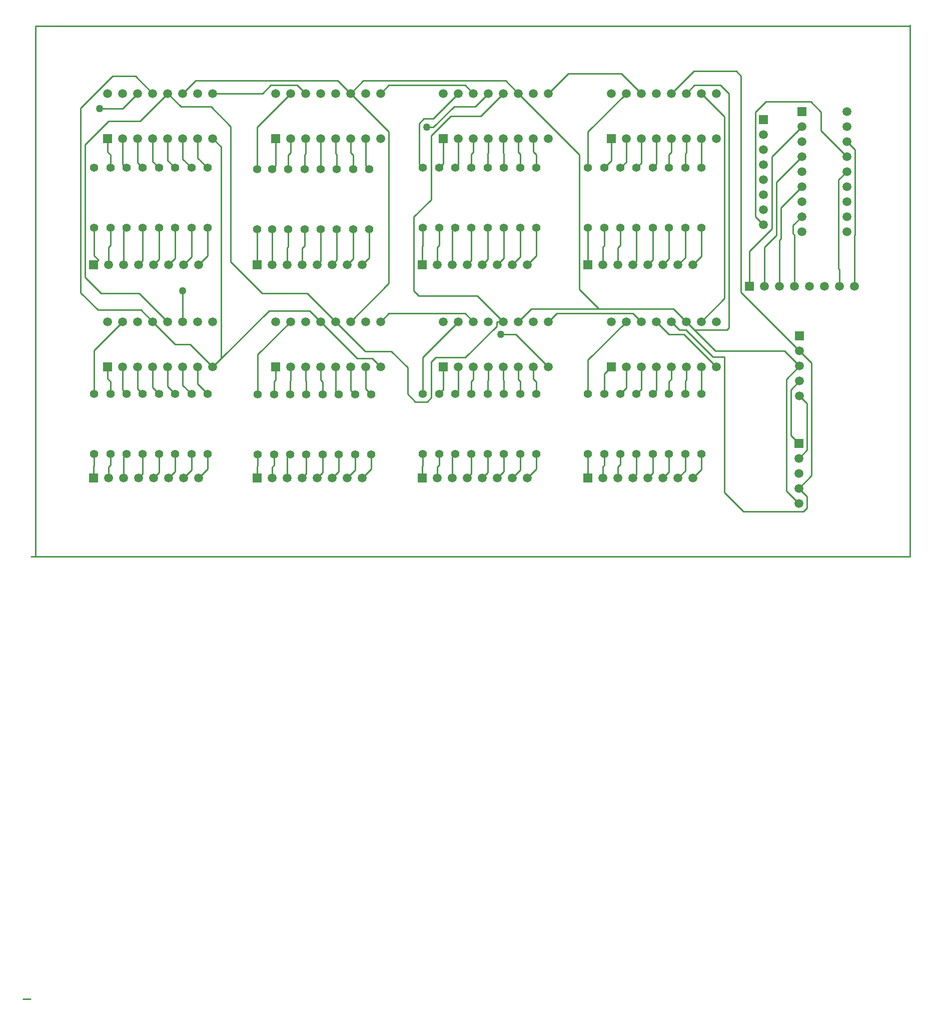
<source format=gbr>
G04 Layer_Physical_Order=1*
G04 Layer_Color=255*
%FSLAX25Y25*%
%MOIN*%
%TF.FileFunction,Copper,L1,Top,Signal*%
%TF.Part,Single*%
G01*
G75*
%ADD10C,0.01000*%
%TA.AperFunction,ViaPad*%
%ADD11R,0.05906X0.05906*%
%TA.AperFunction,ViaPad*%
%ADD12C,0.05906*%
%TA.AperFunction,ViaPad*%
%ADD13C,0.05512*%
%TA.AperFunction,ViaPad*%
%ADD14R,0.05906X0.05906*%
%TA.AperFunction,ViaPad*%
%ADD15C,0.05000*%
D10*
X392000Y526000D02*
X423900Y557900D01*
X707397Y545031D02*
X721329Y531100D01*
X701929Y550500D02*
X707397Y545031D01*
X643800Y559100D02*
X693329D01*
X598719D02*
X643800D01*
X307488Y594500D02*
X310244Y591744D01*
X711929Y550500D02*
X727400Y565971D01*
Y687029D01*
X711929Y702500D02*
X727400Y687029D01*
X334900Y714100D02*
X346500Y702500D01*
X319800Y714100D02*
X334900D01*
X298500Y692800D02*
X319800Y714100D01*
X298500Y569900D02*
Y692800D01*
Y569900D02*
X310000Y558400D01*
X338600D01*
X346500Y550500D01*
X777000Y459500D02*
X782453Y464953D01*
Y496047D01*
X777500Y501000D02*
X782453Y496047D01*
X478310Y702500D02*
X503800Y677010D01*
Y575990D02*
Y677010D01*
X478310Y550500D02*
X503800Y575990D01*
X581666Y710953D02*
X590119Y702500D01*
X486762Y710953D02*
X581666D01*
X478310Y702500D02*
X486762Y710953D01*
X469857D02*
X478310Y702500D01*
X374953Y710953D02*
X469857D01*
X366500Y702500D02*
X374953Y710953D01*
X590119Y550500D02*
X598719Y559100D01*
X693329D02*
X701929Y550500D01*
X590119Y702500D02*
X630700Y661919D01*
Y572200D02*
Y661919D01*
Y572200D02*
X643800Y559100D01*
X326500Y505063D02*
Y520500D01*
Y505063D02*
X329063Y502500D01*
X336500Y505850D02*
Y520500D01*
Y505850D02*
X339850Y502500D01*
X346500Y506638D02*
Y520500D01*
Y506638D02*
X350638Y502500D01*
X356500Y507425D02*
Y520500D01*
Y507425D02*
X361425Y502500D01*
X366500Y508213D02*
Y520500D01*
Y508213D02*
X372213Y502500D01*
X376500Y509000D02*
Y520500D01*
Y509000D02*
X383000Y502500D01*
X468310Y504116D02*
Y520500D01*
Y504116D02*
X470425Y502000D01*
X478310Y504903D02*
Y520500D01*
Y504903D02*
X481213Y502000D01*
X488310Y505690D02*
Y520500D01*
Y505690D02*
X492000Y502000D01*
X416488Y528679D02*
X438310Y550500D01*
X416488Y502000D02*
Y528679D01*
X550119Y504556D02*
Y520500D01*
X548063Y502500D02*
X550119Y504556D01*
X526488Y526869D02*
X550119Y550500D01*
X526488Y502500D02*
Y526869D01*
X647276Y502500D02*
Y515847D01*
X651929Y520500D01*
X661929Y506366D02*
Y520500D01*
X658063Y502500D02*
X661929Y506366D01*
X671929Y505578D02*
Y520500D01*
X668850Y502500D02*
X671929Y505578D01*
X681929Y504791D02*
Y520500D01*
X679638Y502500D02*
X681929Y504791D01*
X311000Y692500D02*
X326500D01*
X336500Y702500D01*
X636488Y502500D02*
Y525060D01*
X661929Y550500D01*
X326500Y655563D02*
Y672500D01*
Y655563D02*
X329063Y653000D01*
X336500Y656350D02*
Y672500D01*
Y656350D02*
X339850Y653000D01*
X346500Y657138D02*
Y672500D01*
Y657138D02*
X350638Y653000D01*
X356500Y657925D02*
Y672500D01*
Y657925D02*
X361425Y653000D01*
X366500Y658713D02*
Y672500D01*
Y658713D02*
X372213Y653000D01*
X488310Y654403D02*
Y672500D01*
Y654403D02*
X490713Y652000D01*
X416000D02*
Y680190D01*
X438310Y702500D01*
X540119Y655843D02*
Y672500D01*
X537276Y653000D02*
X540119Y655843D01*
X550119Y655056D02*
Y672500D01*
X548063Y653000D02*
X550119Y655056D01*
X658829Y715600D02*
X671929Y702500D01*
X623219Y715600D02*
X658829D01*
X610119Y702500D02*
X623219Y715600D01*
X533213Y685594D02*
X550119Y702500D01*
X527060Y685594D02*
X533213D01*
X523966Y682500D02*
X527060Y685594D01*
X523966Y655522D02*
Y682500D01*
Y655522D02*
X526488Y653000D01*
X651929Y657653D02*
Y672500D01*
X647276Y653000D02*
X651929Y657653D01*
X661929Y656866D02*
Y672500D01*
X658063Y653000D02*
X661929Y656866D01*
X671929Y656078D02*
Y672500D01*
X668850Y653000D02*
X671929Y656078D01*
X681929Y655291D02*
Y672500D01*
X679638Y653000D02*
X681929Y655291D01*
X327000Y446500D02*
Y460437D01*
X329063Y462500D01*
X339850Y449350D02*
Y462500D01*
X337000Y446500D02*
X339850Y449350D01*
X350638Y450138D02*
Y462500D01*
X347000Y446500D02*
X350638Y450138D01*
X361425Y450925D02*
Y462500D01*
X357000Y446500D02*
X361425Y450925D01*
X372213Y451713D02*
Y462500D01*
X367000Y446500D02*
X372213Y451713D01*
X383000Y452500D02*
Y462500D01*
X377000Y446500D02*
X383000Y452500D01*
X668850Y448850D02*
Y462500D01*
X666500Y446500D02*
X668850Y448850D01*
X679638Y449638D02*
Y462500D01*
X676500Y446500D02*
X679638Y449638D01*
X690425Y450425D02*
Y462500D01*
X686500Y446500D02*
X690425Y450425D01*
X701213Y451213D02*
Y462500D01*
X696500Y446500D02*
X701213Y451213D01*
X712000Y452000D02*
Y462500D01*
X706500Y446500D02*
X712000Y452000D01*
X546000Y446500D02*
Y460437D01*
X548063Y462500D01*
X558850Y449350D02*
Y462500D01*
X556000Y446500D02*
X558850Y449350D01*
X569638Y450138D02*
Y462500D01*
X566000Y446500D02*
X569638Y450138D01*
X580425Y450925D02*
Y462500D01*
X576000Y446500D02*
X580425Y450925D01*
X591213Y451713D02*
Y462500D01*
X586000Y446500D02*
X591213Y451713D01*
X602000Y452500D02*
Y462500D01*
X596000Y446500D02*
X602000Y452500D01*
X436000Y446500D02*
Y459937D01*
X438063Y462000D01*
X448850Y449350D02*
Y462000D01*
X446000Y446500D02*
X448850Y449350D01*
X459638Y450138D02*
Y462000D01*
X456000Y446500D02*
X459638Y450138D01*
X470425Y450925D02*
Y462000D01*
X466000Y446500D02*
X470425Y450925D01*
X481213Y451713D02*
Y462000D01*
X476000Y446500D02*
X481213Y451713D01*
X492000Y452500D02*
Y462000D01*
X486000Y446500D02*
X492000Y452500D01*
X668850Y590850D02*
Y613000D01*
X666500Y588500D02*
X668850Y590850D01*
X679638Y591638D02*
Y613000D01*
X676500Y588500D02*
X679638Y591638D01*
X690425Y592425D02*
Y613000D01*
X686500Y588500D02*
X690425Y592425D01*
X701213Y593213D02*
Y613000D01*
X696500Y588500D02*
X701213Y593213D01*
X712000Y594000D02*
Y613000D01*
X706500Y588500D02*
X712000Y594000D01*
X546000Y588500D02*
Y610937D01*
X548063Y613000D01*
X558850Y591350D02*
Y613000D01*
X556000Y588500D02*
X558850Y591350D01*
X569638Y592138D02*
Y613000D01*
X566000Y588500D02*
X569638Y592138D01*
X580425Y592925D02*
Y613000D01*
X576000Y588500D02*
X580425Y592925D01*
X591213Y593713D02*
Y613000D01*
X586000Y588500D02*
X591213Y593713D01*
X602000Y594500D02*
Y613000D01*
X596000Y588500D02*
X602000Y594500D01*
X458350Y590850D02*
Y612000D01*
X456000Y588500D02*
X458350Y590850D01*
X469138Y591638D02*
Y612000D01*
X466000Y588500D02*
X469138Y591638D01*
X479925Y592425D02*
Y612000D01*
X476000Y588500D02*
X479925Y592425D01*
X490713Y593213D02*
Y612000D01*
X486000Y588500D02*
X490713Y593213D01*
X327000Y588500D02*
Y610937D01*
X329063Y613000D01*
X339850Y591350D02*
Y613000D01*
X337000Y588500D02*
X339850Y591350D01*
X350638Y592138D02*
Y613000D01*
X347000Y588500D02*
X350638Y592138D01*
X361425Y592925D02*
Y613000D01*
X357000Y588500D02*
X361425Y592925D01*
X372213Y593713D02*
Y613000D01*
X367000Y588500D02*
X372213Y593713D01*
X383000Y594500D02*
Y613000D01*
X377000Y588500D02*
X383000Y594500D01*
X761953Y643453D02*
X779000Y660500D01*
X761953Y608001D02*
Y643453D01*
X754000Y600048D02*
X761953Y608001D01*
X754000Y574000D02*
Y600048D01*
X773100Y614600D02*
X779000Y620500D01*
X773100Y609200D02*
Y614600D01*
Y609200D02*
X774000Y608300D01*
Y574000D02*
Y608300D01*
X777500Y531000D02*
X785453Y523047D01*
Y447953D02*
Y523047D01*
X777000Y439500D02*
X785453Y447953D01*
X356500Y702500D02*
X365200Y693800D01*
X385200D01*
X398500Y680500D01*
Y590500D02*
Y680500D01*
Y590500D02*
X419500Y569500D01*
X449310D01*
X468310Y550500D01*
X575600D02*
X580119D01*
X575600Y547500D02*
Y550500D01*
X554700Y526600D02*
X575600Y547500D01*
X535000Y526600D02*
X554700D01*
X532000Y523600D02*
X535000Y526600D01*
X532000Y500000D02*
Y523600D01*
X529200Y497200D02*
X532000Y500000D01*
X521500Y497200D02*
X529200D01*
X516200Y502500D02*
X521500Y497200D01*
X516200Y502500D02*
Y520000D01*
X505400Y530800D02*
X516200Y520000D01*
X488010Y530800D02*
X505400D01*
X468310Y550500D02*
X488010Y530800D01*
X791800Y677700D02*
X809000Y660500D01*
X791800Y677700D02*
Y690200D01*
X785000Y697000D02*
X791800Y690200D01*
X755000Y697000D02*
X785000D01*
X748000Y690000D02*
X755000Y697000D01*
X748000Y620500D02*
Y690000D01*
Y620500D02*
X753500Y615000D01*
X767400Y531100D02*
X777500Y521000D01*
X721329Y531100D02*
X767400D01*
X681929Y550500D02*
X690429Y542000D01*
X700429D01*
X721929Y520500D01*
X777000Y439500D02*
X782500Y434000D01*
Y426500D02*
Y434000D01*
X780000Y424000D02*
X782500Y426500D01*
X740000Y424000D02*
X780000D01*
X727400Y436600D02*
X740000Y424000D01*
X727400Y436600D02*
Y527024D01*
X719648D02*
X727400D01*
X701629Y545042D02*
X719648Y527024D01*
X697386Y545042D02*
X701629D01*
X691929Y550500D02*
X697386Y545042D01*
X442857Y707953D02*
X448310Y702500D01*
X425153Y707953D02*
X442857D01*
X419700Y702500D02*
X425153Y707953D01*
X386500Y702500D02*
X419700D01*
X337500Y569500D02*
X356500Y550500D01*
X312000Y569500D02*
X337500D01*
X301500Y580000D02*
X312000Y569500D01*
X301500Y580000D02*
Y668500D01*
X317000Y684000D01*
X338000D01*
X356500Y702500D01*
X458310Y550500D02*
X482810Y526000D01*
X492810D01*
X498310Y520500D01*
X423900Y557900D02*
X450910D01*
X458310Y550500D01*
X588419Y542200D02*
X610119Y520500D01*
X578419Y542200D02*
X588419D01*
X346500Y550500D02*
X361500Y535500D01*
X371500D01*
X386500Y520500D01*
X701929Y702500D02*
X707429Y708000D01*
X724800D01*
X730400Y702400D01*
Y546500D02*
Y702400D01*
X728931Y545031D02*
X730400Y546500D01*
X707397Y545031D02*
X728931D01*
X562819Y567800D02*
X580119Y550500D01*
X523800Y567800D02*
X562819D01*
X520500Y571100D02*
X523800Y567800D01*
X520500Y571100D02*
Y620400D01*
X531900Y631800D01*
Y674300D01*
X545100Y687500D01*
X565119D01*
X580119Y702500D01*
X561519Y693900D02*
X570119Y702500D01*
X547200Y693900D02*
X561519D01*
X533300Y680000D02*
X547200Y693900D01*
X529000Y680000D02*
X533300D01*
X554666Y707953D02*
X560119Y702500D01*
X503762Y707953D02*
X554666D01*
X498310Y702500D02*
X503762Y707953D01*
X738500Y570000D02*
X777500Y531000D01*
X738500Y570000D02*
Y714200D01*
X735200Y717500D02*
X738500Y714200D01*
X706929Y717500D02*
X735200D01*
X691929Y702500D02*
X706929Y717500D01*
X666429Y556000D02*
X671929Y550500D01*
X615619Y556000D02*
X666429D01*
X610119Y550500D02*
X615619Y556000D01*
X498310Y550500D02*
X503810Y556000D01*
X554619D01*
X560119Y550500D01*
X366500D02*
Y571100D01*
X771600Y474900D02*
X777000Y469500D01*
X771600Y474900D02*
Y505100D01*
X777500Y511000D01*
X636488Y653000D02*
Y677060D01*
X661929Y702500D01*
X537276Y502500D02*
X540119Y505343D01*
Y520500D01*
X425988Y652000D02*
X428310Y654321D01*
Y672500D01*
X307488Y502500D02*
Y531488D01*
X326500Y550500D01*
X764000Y574000D02*
Y604847D01*
X764953Y605800D01*
Y626453D01*
X779000Y640500D01*
X744000Y574000D02*
Y597547D01*
X758953Y612500D01*
Y660453D01*
X779000Y680500D01*
X804000Y574000D02*
Y585300D01*
X803500Y585800D02*
X804000Y585300D01*
X803500Y585800D02*
Y645000D01*
X809000Y650500D01*
X814000Y574000D02*
Y607800D01*
X814500Y608300D01*
Y665000D01*
X809000Y670500D02*
X814500Y665000D01*
X768600Y437900D02*
X777000Y429500D01*
X768600Y437900D02*
Y512100D01*
X777500Y521000D01*
X307488Y594500D02*
Y613000D01*
X307000Y588500D02*
X310244Y591744D01*
X376500Y659500D02*
Y672500D01*
Y659500D02*
X383000Y653000D01*
X386500Y520500D02*
X392000Y526000D01*
Y667000D01*
X386500Y672500D02*
X392000Y667000D01*
X316500Y512376D02*
Y520500D01*
Y512376D02*
X318276Y510600D01*
Y502500D02*
Y510600D01*
X428310Y511734D02*
Y520500D01*
X427276Y510700D02*
X428310Y511734D01*
X427276Y502000D02*
Y510700D01*
X438310Y511347D02*
Y520500D01*
X438063Y511100D02*
X438310Y511347D01*
X438063Y502000D02*
Y511100D01*
X448310Y511441D02*
Y520500D01*
Y511441D02*
X448850Y510900D01*
Y502000D02*
Y510900D01*
X458310Y511828D02*
Y520500D01*
Y511828D02*
X459638Y510500D01*
Y502000D02*
Y510500D01*
X560119Y512069D02*
Y520500D01*
X558850Y510800D02*
X560119Y512069D01*
X558850Y502500D02*
Y510800D01*
X570119Y511681D02*
Y520500D01*
X569638Y511200D02*
X570119Y511681D01*
X569638Y502500D02*
Y511200D01*
X580119Y511606D02*
Y520500D01*
Y511606D02*
X580425Y511300D01*
Y502500D02*
Y511300D01*
X590119Y511994D02*
Y520500D01*
Y511994D02*
X591213Y510900D01*
Y502500D02*
Y510900D01*
X600119Y512381D02*
Y520500D01*
Y512381D02*
X602000Y510500D01*
Y502500D02*
Y510500D01*
X691929Y512203D02*
Y520500D01*
X690425Y510700D02*
X691929Y512203D01*
X690425Y502500D02*
Y510700D01*
X701929Y511816D02*
Y520500D01*
X701213Y511100D02*
X701929Y511816D01*
X701213Y502500D02*
Y511100D01*
X711929Y511471D02*
Y520500D01*
Y511471D02*
X712000Y511400D01*
Y502500D02*
Y511400D01*
X316500Y663576D02*
Y672500D01*
Y663576D02*
X318276Y661800D01*
Y653000D02*
Y661800D01*
X438310Y662934D02*
Y672500D01*
X436776Y661400D02*
X438310Y662934D01*
X436776Y652000D02*
Y661400D01*
X448310Y662547D02*
Y672500D01*
X447563Y661800D02*
X448310Y662547D01*
X447563Y652000D02*
Y661800D01*
X458310Y662241D02*
Y672500D01*
Y662241D02*
X458350Y662200D01*
Y652000D02*
Y662200D01*
X468310Y662628D02*
Y672500D01*
Y662628D02*
X469138Y661800D01*
Y652000D02*
Y661800D01*
X478310Y663016D02*
Y672500D01*
Y663016D02*
X479925Y661400D01*
Y652000D02*
Y661400D01*
X560119Y663369D02*
Y672500D01*
X558850Y662100D02*
X560119Y663369D01*
X558850Y653000D02*
Y662100D01*
X570119Y662981D02*
Y672500D01*
X569638Y662500D02*
X570119Y662981D01*
X569638Y653000D02*
Y662500D01*
X580119Y662806D02*
Y672500D01*
Y662806D02*
X580425Y662500D01*
Y653000D02*
Y662500D01*
X590119Y663294D02*
Y672500D01*
Y663294D02*
X591213Y662200D01*
Y653000D02*
Y662200D01*
X600119Y663681D02*
Y672500D01*
Y663681D02*
X602000Y661800D01*
Y653000D02*
Y661800D01*
X691929Y663403D02*
Y672500D01*
X690425Y661900D02*
X691929Y663403D01*
X690425Y653000D02*
Y661900D01*
X701929Y663016D02*
Y672500D01*
X701213Y662300D02*
X701929Y663016D01*
X701213Y653000D02*
Y662300D01*
X711929Y662771D02*
Y672500D01*
Y662771D02*
X712000Y662700D01*
Y653000D02*
Y662700D01*
X307488Y454688D02*
Y462500D01*
X307000Y454200D02*
X307488Y454688D01*
X307000Y446500D02*
Y454200D01*
X318276Y455076D02*
Y462500D01*
X317000Y453800D02*
X318276Y455076D01*
X317000Y446500D02*
Y453800D01*
X636488Y454412D02*
Y462500D01*
Y454412D02*
X636500Y454400D01*
Y446500D02*
Y454400D01*
X647276Y454876D02*
Y462500D01*
X646500Y454100D02*
X647276Y454876D01*
X646500Y446500D02*
Y454100D01*
X658063Y455263D02*
Y462500D01*
X656500Y453700D02*
X658063Y455263D01*
X656500Y446500D02*
Y453700D01*
X526488Y454688D02*
Y462500D01*
X526000Y454200D02*
X526488Y454688D01*
X526000Y446500D02*
Y454200D01*
X537276Y455076D02*
Y462500D01*
X536000Y453800D02*
X537276Y455076D01*
X536000Y446500D02*
Y453800D01*
X416488Y454488D02*
Y462000D01*
X416000Y454000D02*
X416488Y454488D01*
X416000Y446500D02*
Y454000D01*
X427276Y454876D02*
Y462000D01*
X426000Y453600D02*
X427276Y454876D01*
X426000Y446500D02*
Y453600D01*
X636488Y600712D02*
Y613000D01*
Y600712D02*
X636500Y600700D01*
Y588500D02*
Y600700D01*
X647276Y601076D02*
Y613000D01*
X646500Y600300D02*
X647276Y601076D01*
X646500Y588500D02*
Y600300D01*
X658063Y601463D02*
Y613000D01*
X656500Y599900D02*
X658063Y601463D01*
X656500Y588500D02*
Y599900D01*
X526488Y600988D02*
Y613000D01*
X526000Y600500D02*
X526488Y600988D01*
X526000Y588500D02*
Y600500D01*
X537276Y601376D02*
Y613000D01*
X536000Y600100D02*
X537276Y601376D01*
X536000Y588500D02*
Y600100D01*
X416000Y588500D02*
Y612000D01*
X425988Y600212D02*
Y612000D01*
Y600212D02*
X426000Y600200D01*
Y588500D02*
Y600200D01*
X436776Y600576D02*
Y612000D01*
X436000Y599800D02*
X436776Y600576D01*
X436000Y588500D02*
Y599800D01*
X447563Y600963D02*
Y612000D01*
X446000Y599400D02*
X447563Y600963D01*
X446000Y588500D02*
Y599400D01*
X318276Y601376D02*
Y613000D01*
X317000Y600100D02*
X318276Y601376D01*
X317000Y588500D02*
Y600100D01*
X268500Y394000D02*
Y747500D01*
X851000D01*
X265500Y394000D02*
X851000D01*
Y748002D01*
X260000Y99500D02*
X265000D01*
D11*
X753500Y685000D02*
D03*
X777500Y541000D02*
D03*
X777000Y469500D02*
D03*
X316500Y672500D02*
D03*
Y520500D02*
D03*
X428310Y672500D02*
D03*
Y520500D02*
D03*
X540119Y672500D02*
D03*
Y520500D02*
D03*
X651929Y672500D02*
D03*
Y520500D02*
D03*
D12*
X753500Y675000D02*
D03*
Y665000D02*
D03*
Y655000D02*
D03*
Y645000D02*
D03*
Y635000D02*
D03*
Y625000D02*
D03*
Y615000D02*
D03*
X777500Y501000D02*
D03*
Y511000D02*
D03*
Y521000D02*
D03*
Y531000D02*
D03*
X777000Y429500D02*
D03*
Y439500D02*
D03*
Y449500D02*
D03*
Y459500D02*
D03*
X317000Y588500D02*
D03*
X327000D02*
D03*
X337000D02*
D03*
X347000D02*
D03*
X357000D02*
D03*
X367000D02*
D03*
X377000D02*
D03*
X317000Y446500D02*
D03*
X327000D02*
D03*
X337000D02*
D03*
X347000D02*
D03*
X357000D02*
D03*
X367000D02*
D03*
X377000D02*
D03*
X386500Y702500D02*
D03*
X376500D02*
D03*
X366500D02*
D03*
X356500D02*
D03*
X346500D02*
D03*
X336500D02*
D03*
X326500D02*
D03*
X316500D02*
D03*
X386500Y672500D02*
D03*
X376500D02*
D03*
X366500D02*
D03*
X356500D02*
D03*
X346500D02*
D03*
X336500D02*
D03*
X326500D02*
D03*
X386500Y550500D02*
D03*
X376500D02*
D03*
X366500D02*
D03*
X356500D02*
D03*
X346500D02*
D03*
X336500D02*
D03*
X326500D02*
D03*
X316500D02*
D03*
X386500Y520500D02*
D03*
X376500D02*
D03*
X366500D02*
D03*
X356500D02*
D03*
X346500D02*
D03*
X336500D02*
D03*
X326500D02*
D03*
X426000Y588500D02*
D03*
X436000D02*
D03*
X446000D02*
D03*
X456000D02*
D03*
X466000D02*
D03*
X476000D02*
D03*
X486000D02*
D03*
X426000Y446500D02*
D03*
X436000D02*
D03*
X446000D02*
D03*
X456000D02*
D03*
X466000D02*
D03*
X476000D02*
D03*
X486000D02*
D03*
X498310Y702500D02*
D03*
X488310D02*
D03*
X478310D02*
D03*
X468310D02*
D03*
X458310D02*
D03*
X448310D02*
D03*
X438310D02*
D03*
X428310D02*
D03*
X498310Y672500D02*
D03*
X488310D02*
D03*
X478310D02*
D03*
X468310D02*
D03*
X458310D02*
D03*
X448310D02*
D03*
X438310D02*
D03*
X498310Y550500D02*
D03*
X488310D02*
D03*
X478310D02*
D03*
X468310D02*
D03*
X458310D02*
D03*
X448310D02*
D03*
X438310D02*
D03*
X428310D02*
D03*
X498310Y520500D02*
D03*
X488310D02*
D03*
X478310D02*
D03*
X468310D02*
D03*
X458310D02*
D03*
X448310D02*
D03*
X438310D02*
D03*
X536000Y588500D02*
D03*
X546000D02*
D03*
X556000D02*
D03*
X566000D02*
D03*
X576000D02*
D03*
X586000D02*
D03*
X596000D02*
D03*
X536000Y446500D02*
D03*
X546000D02*
D03*
X556000D02*
D03*
X566000D02*
D03*
X576000D02*
D03*
X586000D02*
D03*
X596000D02*
D03*
X610119Y702500D02*
D03*
X600119D02*
D03*
X590119D02*
D03*
X580119D02*
D03*
X570119D02*
D03*
X560119D02*
D03*
X550119D02*
D03*
X540119D02*
D03*
X610119Y672500D02*
D03*
X600119D02*
D03*
X590119D02*
D03*
X580119D02*
D03*
X570119D02*
D03*
X560119D02*
D03*
X550119D02*
D03*
X610119Y550500D02*
D03*
X600119D02*
D03*
X590119D02*
D03*
X580119D02*
D03*
X570119D02*
D03*
X560119D02*
D03*
X550119D02*
D03*
X540119D02*
D03*
X610119Y520500D02*
D03*
X600119D02*
D03*
X590119D02*
D03*
X580119D02*
D03*
X570119D02*
D03*
X560119D02*
D03*
X550119D02*
D03*
X754000Y574000D02*
D03*
X764000D02*
D03*
X774000D02*
D03*
X784000D02*
D03*
X794000D02*
D03*
X804000D02*
D03*
X814000D02*
D03*
X809000Y610500D02*
D03*
Y620500D02*
D03*
Y630500D02*
D03*
Y640500D02*
D03*
Y650500D02*
D03*
Y660500D02*
D03*
Y670500D02*
D03*
Y680500D02*
D03*
Y690500D02*
D03*
X779000Y610500D02*
D03*
Y620500D02*
D03*
Y630500D02*
D03*
Y640500D02*
D03*
Y650500D02*
D03*
Y660500D02*
D03*
Y670500D02*
D03*
Y680500D02*
D03*
X646500Y588500D02*
D03*
X656500D02*
D03*
X666500D02*
D03*
X676500D02*
D03*
X686500D02*
D03*
X696500D02*
D03*
X706500D02*
D03*
X646500Y446500D02*
D03*
X656500D02*
D03*
X666500D02*
D03*
X676500D02*
D03*
X686500D02*
D03*
X696500D02*
D03*
X706500D02*
D03*
X721929Y702500D02*
D03*
X711929D02*
D03*
X701929D02*
D03*
X691929D02*
D03*
X681929D02*
D03*
X671929D02*
D03*
X661929D02*
D03*
X651929D02*
D03*
X721929Y672500D02*
D03*
X711929D02*
D03*
X701929D02*
D03*
X691929D02*
D03*
X681929D02*
D03*
X671929D02*
D03*
X661929D02*
D03*
X721929Y550500D02*
D03*
X711929D02*
D03*
X701929D02*
D03*
X691929D02*
D03*
X681929D02*
D03*
X671929D02*
D03*
X661929D02*
D03*
X651929D02*
D03*
X721929Y520500D02*
D03*
X711929D02*
D03*
X701929D02*
D03*
X691929D02*
D03*
X681929D02*
D03*
X671929D02*
D03*
X661929D02*
D03*
D13*
X416000Y612000D02*
D03*
Y652000D02*
D03*
X470425Y502000D02*
D03*
Y462000D02*
D03*
X481213Y502000D02*
D03*
Y462000D02*
D03*
X492000Y502000D02*
D03*
Y462000D02*
D03*
X459638Y502000D02*
D03*
Y462000D02*
D03*
X307488Y613000D02*
D03*
Y653000D02*
D03*
Y502500D02*
D03*
Y462500D02*
D03*
X318276Y613000D02*
D03*
Y653000D02*
D03*
Y502500D02*
D03*
Y462500D02*
D03*
X329063Y613000D02*
D03*
Y653000D02*
D03*
Y502500D02*
D03*
Y462500D02*
D03*
X339850Y613000D02*
D03*
Y653000D02*
D03*
Y502500D02*
D03*
Y462500D02*
D03*
X350638Y613000D02*
D03*
Y653000D02*
D03*
Y502500D02*
D03*
Y462500D02*
D03*
X361425Y613000D02*
D03*
Y653000D02*
D03*
Y502500D02*
D03*
Y462500D02*
D03*
X372213Y613000D02*
D03*
Y653000D02*
D03*
Y502500D02*
D03*
Y462500D02*
D03*
X383000Y613000D02*
D03*
Y653000D02*
D03*
Y502500D02*
D03*
Y462500D02*
D03*
X416488Y502000D02*
D03*
Y462000D02*
D03*
X425988Y612000D02*
D03*
Y652000D02*
D03*
X427276Y502000D02*
D03*
Y462000D02*
D03*
X436776Y612000D02*
D03*
Y652000D02*
D03*
X438063Y502000D02*
D03*
Y462000D02*
D03*
X447563Y612000D02*
D03*
Y652000D02*
D03*
X448850Y502000D02*
D03*
Y462000D02*
D03*
X458350Y612000D02*
D03*
Y652000D02*
D03*
X469138Y612000D02*
D03*
Y652000D02*
D03*
X479925Y612000D02*
D03*
Y652000D02*
D03*
X490713Y612000D02*
D03*
Y652000D02*
D03*
X526488Y613000D02*
D03*
Y653000D02*
D03*
Y502500D02*
D03*
Y462500D02*
D03*
X537276Y613000D02*
D03*
Y653000D02*
D03*
Y502500D02*
D03*
Y462500D02*
D03*
X548063Y613000D02*
D03*
Y653000D02*
D03*
Y502500D02*
D03*
Y462500D02*
D03*
X558850Y613000D02*
D03*
Y653000D02*
D03*
Y502500D02*
D03*
Y462500D02*
D03*
X569638Y613000D02*
D03*
Y653000D02*
D03*
Y502500D02*
D03*
Y462500D02*
D03*
X580425Y613000D02*
D03*
Y653000D02*
D03*
Y502500D02*
D03*
Y462500D02*
D03*
X591213Y613000D02*
D03*
Y653000D02*
D03*
Y502500D02*
D03*
Y462500D02*
D03*
X602000Y613000D02*
D03*
Y653000D02*
D03*
Y502500D02*
D03*
Y462500D02*
D03*
X636488Y613000D02*
D03*
Y653000D02*
D03*
Y502500D02*
D03*
Y462500D02*
D03*
X647276Y613000D02*
D03*
Y653000D02*
D03*
Y502500D02*
D03*
Y462500D02*
D03*
X658063Y613000D02*
D03*
Y653000D02*
D03*
Y502500D02*
D03*
Y462500D02*
D03*
X668850Y613000D02*
D03*
Y653000D02*
D03*
Y502500D02*
D03*
Y462500D02*
D03*
X679638Y613000D02*
D03*
Y653000D02*
D03*
Y502500D02*
D03*
Y462500D02*
D03*
X690425Y613000D02*
D03*
Y653000D02*
D03*
Y502500D02*
D03*
Y462500D02*
D03*
X701213Y613000D02*
D03*
Y653000D02*
D03*
Y502500D02*
D03*
Y462500D02*
D03*
X712000Y613000D02*
D03*
Y653000D02*
D03*
Y502500D02*
D03*
Y462500D02*
D03*
D14*
X307000Y588500D02*
D03*
Y446500D02*
D03*
X416000Y588500D02*
D03*
Y446500D02*
D03*
X526000Y588500D02*
D03*
Y446500D02*
D03*
X744000Y574000D02*
D03*
X779000Y690500D02*
D03*
X636500Y588500D02*
D03*
Y446500D02*
D03*
D15*
X311000Y692500D02*
D03*
X578419Y542200D02*
D03*
X529000Y680000D02*
D03*
X366500Y571100D02*
D03*
%TF.MD5,0777FD0E6DCBC830813496E103E22ADE*%
M02*

</source>
